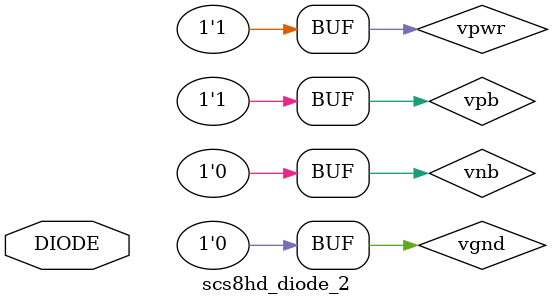
<source format=v>


`celldefine
module scs8hd_diode_2 (

input DIODE

`ifdef SC_USE_PG_PIN
, input vpwr
, input vgnd
, input vpb
, input vnb
`endif

);

`ifdef functional
`else
`ifdef SC_USE_PG_PIN
`else
supply1 vpwr;
supply0 vgnd;
supply1 vpb;
supply0 vnb;
`endif
`endif

endmodule
`endcelldefine

</source>
